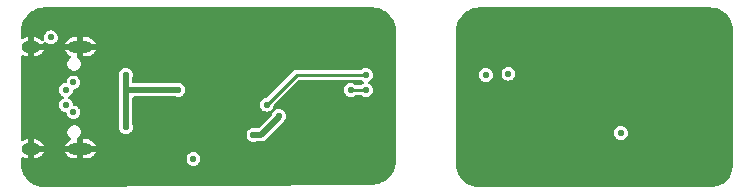
<source format=gbr>
%TF.GenerationSoftware,KiCad,Pcbnew,8.0.4+dfsg-1*%
%TF.CreationDate,2024-12-02T22:27:05+01:00*%
%TF.ProjectId,usb-serial,7573622d-7365-4726-9961-6c2e6b696361,rev?*%
%TF.SameCoordinates,Original*%
%TF.FileFunction,Copper,L4,Bot*%
%TF.FilePolarity,Positive*%
%FSLAX46Y46*%
G04 Gerber Fmt 4.6, Leading zero omitted, Abs format (unit mm)*
G04 Created by KiCad (PCBNEW 8.0.4+dfsg-1) date 2024-12-02 22:27:05*
%MOMM*%
%LPD*%
G01*
G04 APERTURE LIST*
%TA.AperFunction,ComponentPad*%
%ADD10O,2.100000X1.000000*%
%TD*%
%TA.AperFunction,ComponentPad*%
%ADD11O,1.600000X1.000000*%
%TD*%
%TA.AperFunction,ViaPad*%
%ADD12C,0.560000*%
%TD*%
%TA.AperFunction,Conductor*%
%ADD13C,0.250000*%
%TD*%
%TA.AperFunction,Conductor*%
%ADD14C,0.500000*%
%TD*%
G04 APERTURE END LIST*
D10*
%TO.P,USB1,S1,SHIELD*%
%TO.N,GND*%
X5670000Y-16680000D03*
D11*
X1490000Y-16680000D03*
D10*
X5670000Y-25320000D03*
D11*
X1490000Y-25320000D03*
%TD*%
D12*
%TO.N,VBUS*%
X3175000Y-15875000D03*
X15240000Y-26165000D03*
X22479000Y-22516000D03*
X20320000Y-24130000D03*
%TO.N,GND*%
X8890000Y-14605000D03*
X25400000Y-27940000D03*
X20320000Y-22225000D03*
X27305000Y-17690000D03*
X20955000Y-18960000D03*
X6350000Y-13970000D03*
X19050000Y-20320000D03*
X25400000Y-13970000D03*
X8255000Y-24765000D03*
X31750000Y-14605000D03*
X31115000Y-15240000D03*
X19050000Y-27940000D03*
X6350000Y-27940000D03*
X12700000Y-27940000D03*
X8890000Y-17145000D03*
X19050000Y-13970000D03*
X31750000Y-27305000D03*
X22225000Y-17690000D03*
X27305000Y-22770000D03*
X1270000Y-27305000D03*
X20254000Y-26165000D03*
X12538946Y-22860000D03*
X15875000Y-24130000D03*
X29845000Y-22860000D03*
X12700000Y-13970000D03*
%TO.N,Net-(USB1-DP1)*%
X5080000Y-22225000D03*
X4445000Y-20320000D03*
%TO.N,Net-(USB1-DN1)*%
X5080000Y-19685000D03*
X4445000Y-21590000D03*
%TO.N,VDD*%
X40005000Y-19050000D03*
X51435000Y-23955000D03*
X41910000Y-18955000D03*
%TO.N,GND1*%
X38100000Y-23495000D03*
X38100000Y-27305000D03*
X50165000Y-13970000D03*
X41910000Y-20955000D03*
X59055000Y-18415000D03*
X43815000Y-27940000D03*
X38735000Y-15240000D03*
X38100000Y-14605000D03*
X59055000Y-23495000D03*
X42545000Y-16510000D03*
X50165000Y-27940000D03*
X42545000Y-25400000D03*
X56515000Y-13970000D03*
X42545000Y-15240000D03*
X56515000Y-27940000D03*
X43815000Y-13970000D03*
%TO.N,Net-(U3-VBUS)*%
X9525000Y-23495000D03*
X9525000Y-19050000D03*
X13970000Y-20320000D03*
%TO.N,+3V3*%
X29845000Y-19050000D03*
X21442589Y-21576327D03*
%TO.N,Net-(U1-OUT1)*%
X28575000Y-20320000D03*
X29845000Y-20320000D03*
%TD*%
D13*
%TO.N,Net-(U1-OUT1)*%
X28575000Y-20320000D02*
X29845000Y-20320000D01*
%TO.N,+3V3*%
X23968916Y-19050000D02*
X21442589Y-21576327D01*
X29845000Y-19050000D02*
X23968916Y-19050000D01*
D14*
%TO.N,VBUS*%
X20955000Y-24130000D02*
X22479000Y-22606000D01*
X22479000Y-22606000D02*
X22479000Y-22516000D01*
X20320000Y-24130000D02*
X20955000Y-24130000D01*
%TO.N,Net-(U3-VBUS)*%
X13970000Y-20320000D02*
X9525000Y-20320000D01*
X9525000Y-23495000D02*
X9525000Y-19050000D01*
%TD*%
%TA.AperFunction,Conductor*%
%TO.N,GND*%
G36*
X30389418Y-13335316D02*
G01*
X30660790Y-13354724D01*
X30678291Y-13357241D01*
X30939803Y-13414129D01*
X30956762Y-13419108D01*
X31207524Y-13512638D01*
X31223616Y-13519987D01*
X31458501Y-13648244D01*
X31473375Y-13657802D01*
X31687624Y-13818188D01*
X31700994Y-13829774D01*
X31890225Y-14019005D01*
X31901811Y-14032375D01*
X32062193Y-14246619D01*
X32071758Y-14261503D01*
X32200011Y-14496382D01*
X32207361Y-14512475D01*
X32300888Y-14763229D01*
X32305872Y-14780205D01*
X32362757Y-15041702D01*
X32365275Y-15059214D01*
X32384684Y-15330581D01*
X32385000Y-15339427D01*
X32385000Y-26332533D01*
X32384687Y-26341334D01*
X32365475Y-26611321D01*
X32362983Y-26628746D01*
X32306668Y-26888989D01*
X32301733Y-26905885D01*
X32209141Y-27155519D01*
X32201864Y-27171547D01*
X32074853Y-27405564D01*
X32065380Y-27420399D01*
X31906516Y-27634072D01*
X31895037Y-27647417D01*
X31707519Y-27836440D01*
X31694267Y-27848025D01*
X31481870Y-28008596D01*
X31467110Y-28018187D01*
X31234121Y-28147063D01*
X31218153Y-28154469D01*
X30969257Y-28249059D01*
X30952401Y-28254128D01*
X30692629Y-28312521D01*
X30675224Y-28315153D01*
X30405389Y-28336524D01*
X30396591Y-28336907D01*
X2655450Y-28558836D01*
X2646557Y-28558588D01*
X2373667Y-28541164D01*
X2356048Y-28538761D01*
X2092832Y-28483404D01*
X2075737Y-28478506D01*
X1823141Y-28386066D01*
X1806924Y-28378774D01*
X1570141Y-28251153D01*
X1555133Y-28241615D01*
X1339049Y-28081445D01*
X1325559Y-28069859D01*
X1134600Y-27880421D01*
X1122907Y-27867025D01*
X1061866Y-27786038D01*
X961009Y-27652224D01*
X951356Y-27637299D01*
X821844Y-27401543D01*
X814422Y-27385385D01*
X719962Y-27133529D01*
X714930Y-27116478D01*
X657470Y-26853716D01*
X654926Y-26836117D01*
X635319Y-26563373D01*
X635000Y-26554482D01*
X635000Y-26165000D01*
X14654491Y-26165000D01*
X14674442Y-26316540D01*
X14674443Y-26316544D01*
X14732933Y-26457753D01*
X14732934Y-26457756D01*
X14825982Y-26579017D01*
X14947243Y-26672065D01*
X14947244Y-26672065D01*
X14947245Y-26672066D01*
X15088459Y-26730558D01*
X15240000Y-26750509D01*
X15391541Y-26730558D01*
X15532755Y-26672066D01*
X15654017Y-26579017D01*
X15747066Y-26457755D01*
X15805558Y-26316541D01*
X15825509Y-26165000D01*
X15805558Y-26013459D01*
X15775710Y-25941398D01*
X15747067Y-25872247D01*
X15747065Y-25872244D01*
X15654015Y-25750981D01*
X15532756Y-25657934D01*
X15532753Y-25657933D01*
X15391544Y-25599443D01*
X15391542Y-25599442D01*
X15391541Y-25599442D01*
X15240000Y-25579491D01*
X15088459Y-25599442D01*
X15088455Y-25599443D01*
X14947247Y-25657932D01*
X14947244Y-25657934D01*
X14825983Y-25750982D01*
X14825982Y-25750983D01*
X14732934Y-25872244D01*
X14732932Y-25872247D01*
X14674443Y-26013455D01*
X14674442Y-26013459D01*
X14654491Y-26165000D01*
X635000Y-26165000D01*
X635000Y-26141604D01*
X654685Y-26074565D01*
X707489Y-26028810D01*
X776647Y-26018866D01*
X806453Y-26027043D01*
X956648Y-26089256D01*
X956656Y-26089258D01*
X1111202Y-26119999D01*
X1111206Y-26120000D01*
X1240000Y-26120000D01*
X1240000Y-25620000D01*
X1740000Y-25620000D01*
X1740000Y-26120000D01*
X1868794Y-26120000D01*
X1868797Y-26119999D01*
X2023343Y-26089258D01*
X2023351Y-26089256D01*
X2168939Y-26028952D01*
X2168948Y-26028947D01*
X2299969Y-25941401D01*
X2299973Y-25941398D01*
X2411398Y-25829973D01*
X2411401Y-25829969D01*
X2498947Y-25698948D01*
X2498952Y-25698938D01*
X2552361Y-25570000D01*
X1956988Y-25570000D01*
X1974205Y-25560060D01*
X2030060Y-25504205D01*
X2069556Y-25435796D01*
X2090000Y-25359496D01*
X2090000Y-25280504D01*
X2069556Y-25204204D01*
X2030060Y-25135795D01*
X1974205Y-25079940D01*
X1956988Y-25070000D01*
X2552361Y-25070000D01*
X2552360Y-25069999D01*
X4357639Y-25069999D01*
X4357639Y-25070000D01*
X4953012Y-25070000D01*
X4935795Y-25079940D01*
X4879940Y-25135795D01*
X4840444Y-25204204D01*
X4820000Y-25280504D01*
X4820000Y-25359496D01*
X4840444Y-25435796D01*
X4879940Y-25504205D01*
X4935795Y-25560060D01*
X4953012Y-25570000D01*
X4357639Y-25570000D01*
X4411047Y-25698938D01*
X4411052Y-25698948D01*
X4498598Y-25829969D01*
X4498601Y-25829973D01*
X4610026Y-25941398D01*
X4610030Y-25941401D01*
X4741051Y-26028947D01*
X4741060Y-26028952D01*
X4886648Y-26089256D01*
X4886656Y-26089258D01*
X5041202Y-26119999D01*
X5041206Y-26120000D01*
X5420000Y-26120000D01*
X5420000Y-25620000D01*
X5920000Y-25620000D01*
X5920000Y-26120000D01*
X6298794Y-26120000D01*
X6298797Y-26119999D01*
X6453343Y-26089258D01*
X6453351Y-26089256D01*
X6598939Y-26028952D01*
X6598948Y-26028947D01*
X6729969Y-25941401D01*
X6729973Y-25941398D01*
X6841398Y-25829973D01*
X6841401Y-25829969D01*
X6928947Y-25698948D01*
X6928952Y-25698938D01*
X6982361Y-25570000D01*
X6386988Y-25570000D01*
X6404205Y-25560060D01*
X6460060Y-25504205D01*
X6499556Y-25435796D01*
X6520000Y-25359496D01*
X6520000Y-25280504D01*
X6499556Y-25204204D01*
X6460060Y-25135795D01*
X6404205Y-25079940D01*
X6386988Y-25070000D01*
X6982361Y-25070000D01*
X6982360Y-25069999D01*
X6928952Y-24941061D01*
X6928947Y-24941051D01*
X6841401Y-24810030D01*
X6841398Y-24810026D01*
X6729973Y-24698601D01*
X6729969Y-24698598D01*
X6598948Y-24611052D01*
X6598939Y-24611047D01*
X6453351Y-24550743D01*
X6453343Y-24550741D01*
X6298797Y-24520000D01*
X5920000Y-24520000D01*
X5920000Y-25020000D01*
X5420000Y-25020000D01*
X5420000Y-24468638D01*
X5421883Y-24468638D01*
X5425171Y-24422657D01*
X5467043Y-24366724D01*
X5479342Y-24358611D01*
X5493365Y-24350515D01*
X5600515Y-24243365D01*
X5665967Y-24130000D01*
X19734491Y-24130000D01*
X19754442Y-24281540D01*
X19754443Y-24281544D01*
X19812933Y-24422753D01*
X19812934Y-24422756D01*
X19905982Y-24544017D01*
X20027243Y-24637065D01*
X20027244Y-24637065D01*
X20027245Y-24637066D01*
X20168459Y-24695558D01*
X20320000Y-24715509D01*
X20471541Y-24695558D01*
X20485107Y-24689938D01*
X20532558Y-24680500D01*
X21027472Y-24680500D01*
X21027474Y-24680500D01*
X21027475Y-24680500D01*
X21167485Y-24642984D01*
X21177730Y-24637068D01*
X21177735Y-24637067D01*
X21293008Y-24570514D01*
X21293007Y-24570514D01*
X21293015Y-24570510D01*
X22919510Y-22944015D01*
X22991984Y-22818485D01*
X23008107Y-22758308D01*
X23013314Y-22742968D01*
X23044558Y-22667541D01*
X23064509Y-22516000D01*
X23044558Y-22364459D01*
X23007751Y-22275599D01*
X22986067Y-22223247D01*
X22986065Y-22223244D01*
X22923634Y-22141884D01*
X22893017Y-22101983D01*
X22893015Y-22101982D01*
X22893015Y-22101981D01*
X22771756Y-22008934D01*
X22771753Y-22008933D01*
X22630544Y-21950443D01*
X22630542Y-21950442D01*
X22630541Y-21950442D01*
X22479000Y-21930491D01*
X22327459Y-21950442D01*
X22327455Y-21950443D01*
X22186247Y-22008932D01*
X22186245Y-22008934D01*
X22097160Y-22077292D01*
X22031991Y-22102486D01*
X22018867Y-22099794D01*
X22023696Y-22120782D01*
X22000060Y-22186533D01*
X21998292Y-22188895D01*
X21971934Y-22223245D01*
X21913441Y-22364460D01*
X21911580Y-22371405D01*
X21879488Y-22426985D01*
X20763294Y-23543181D01*
X20701971Y-23576666D01*
X20675613Y-23579500D01*
X20532558Y-23579500D01*
X20485107Y-23570061D01*
X20471541Y-23564442D01*
X20320000Y-23544491D01*
X20168459Y-23564442D01*
X20168455Y-23564443D01*
X20027247Y-23622932D01*
X20027244Y-23622934D01*
X19905983Y-23715982D01*
X19905982Y-23715983D01*
X19812934Y-23837244D01*
X19812932Y-23837247D01*
X19754443Y-23978455D01*
X19754442Y-23978459D01*
X19734491Y-24130000D01*
X5665967Y-24130000D01*
X5676281Y-24112135D01*
X5715500Y-23965766D01*
X5715500Y-23814234D01*
X5676281Y-23667865D01*
X5600515Y-23536635D01*
X5493365Y-23429485D01*
X5427750Y-23391602D01*
X5362136Y-23353719D01*
X5288950Y-23334109D01*
X5215766Y-23314500D01*
X5064234Y-23314500D01*
X4917863Y-23353719D01*
X4786635Y-23429485D01*
X4786632Y-23429487D01*
X4679487Y-23536632D01*
X4679485Y-23536635D01*
X4603719Y-23667863D01*
X4590826Y-23715982D01*
X4564500Y-23814234D01*
X4564500Y-23965766D01*
X4584109Y-24038950D01*
X4603719Y-24112136D01*
X4614033Y-24130000D01*
X4679485Y-24243365D01*
X4786635Y-24350515D01*
X4812587Y-24365499D01*
X4860802Y-24416065D01*
X4874024Y-24484673D01*
X4848056Y-24549537D01*
X4798040Y-24587446D01*
X4741057Y-24611049D01*
X4741051Y-24611052D01*
X4610030Y-24698598D01*
X4610026Y-24698601D01*
X4498601Y-24810026D01*
X4498598Y-24810030D01*
X4411052Y-24941051D01*
X4411047Y-24941061D01*
X4357639Y-25069999D01*
X2552360Y-25069999D01*
X2498952Y-24941061D01*
X2498947Y-24941051D01*
X2411401Y-24810030D01*
X2411398Y-24810026D01*
X2299973Y-24698601D01*
X2299969Y-24698598D01*
X2168948Y-24611052D01*
X2168939Y-24611047D01*
X2023351Y-24550743D01*
X2023343Y-24550741D01*
X1868797Y-24520000D01*
X1740000Y-24520000D01*
X1740000Y-25020000D01*
X1240000Y-25020000D01*
X1240000Y-24520000D01*
X1111202Y-24520000D01*
X956656Y-24550741D01*
X956644Y-24550744D01*
X806452Y-24612956D01*
X736983Y-24620425D01*
X674504Y-24589150D01*
X638852Y-24529061D01*
X635000Y-24498395D01*
X635000Y-20320000D01*
X3859491Y-20320000D01*
X3879442Y-20471540D01*
X3879443Y-20471544D01*
X3937933Y-20612753D01*
X3937934Y-20612756D01*
X4030982Y-20734017D01*
X4152243Y-20827065D01*
X4152246Y-20827067D01*
X4184530Y-20840439D01*
X4238934Y-20884280D01*
X4260999Y-20950574D01*
X4243720Y-21018273D01*
X4192583Y-21065884D01*
X4184531Y-21069561D01*
X4152245Y-21082934D01*
X4152244Y-21082934D01*
X4030983Y-21175982D01*
X4030982Y-21175983D01*
X3937934Y-21297244D01*
X3937932Y-21297247D01*
X3879443Y-21438455D01*
X3879442Y-21438459D01*
X3859491Y-21590000D01*
X3877641Y-21727865D01*
X3879442Y-21741540D01*
X3879443Y-21741544D01*
X3937933Y-21882753D01*
X3937934Y-21882756D01*
X4030982Y-22004017D01*
X4152243Y-22097065D01*
X4152244Y-22097065D01*
X4152245Y-22097066D01*
X4293459Y-22155558D01*
X4394399Y-22168847D01*
X4458295Y-22197114D01*
X4496766Y-22255438D01*
X4501152Y-22275599D01*
X4511940Y-22357541D01*
X4512851Y-22364460D01*
X4514442Y-22376540D01*
X4514443Y-22376544D01*
X4572933Y-22517753D01*
X4572934Y-22517756D01*
X4665982Y-22639017D01*
X4787243Y-22732065D01*
X4787244Y-22732065D01*
X4787245Y-22732066D01*
X4928459Y-22790558D01*
X5080000Y-22810509D01*
X5231541Y-22790558D01*
X5372755Y-22732066D01*
X5494017Y-22639017D01*
X5587066Y-22517755D01*
X5645558Y-22376541D01*
X5665509Y-22225000D01*
X5645558Y-22073459D01*
X5603343Y-21971542D01*
X5587067Y-21932247D01*
X5587065Y-21932244D01*
X5494015Y-21810981D01*
X5372756Y-21717934D01*
X5372753Y-21717933D01*
X5231544Y-21659443D01*
X5231542Y-21659442D01*
X5231541Y-21659442D01*
X5212541Y-21656940D01*
X5130599Y-21646152D01*
X5066703Y-21617885D01*
X5028233Y-21559560D01*
X5023847Y-21539399D01*
X5010558Y-21438459D01*
X4988949Y-21386292D01*
X4952067Y-21297247D01*
X4952065Y-21297244D01*
X4859015Y-21175981D01*
X4737756Y-21082935D01*
X4737755Y-21082934D01*
X4705468Y-21069560D01*
X4651066Y-21025721D01*
X4629000Y-20959428D01*
X4646278Y-20891728D01*
X4697415Y-20844117D01*
X4705453Y-20840445D01*
X4737755Y-20827066D01*
X4859017Y-20734017D01*
X4952066Y-20612755D01*
X5010558Y-20471541D01*
X5023847Y-20370600D01*
X5052114Y-20306704D01*
X5110438Y-20268233D01*
X5130599Y-20263847D01*
X5231541Y-20250558D01*
X5372755Y-20192066D01*
X5494017Y-20099017D01*
X5587066Y-19977755D01*
X5645558Y-19836541D01*
X5665509Y-19685000D01*
X5645558Y-19533459D01*
X5616794Y-19464017D01*
X5587067Y-19392247D01*
X5587065Y-19392244D01*
X5494015Y-19270981D01*
X5372756Y-19177934D01*
X5372753Y-19177933D01*
X5231544Y-19119443D01*
X5231542Y-19119442D01*
X5231541Y-19119442D01*
X5080000Y-19099491D01*
X4928459Y-19119442D01*
X4928455Y-19119443D01*
X4787247Y-19177932D01*
X4787244Y-19177934D01*
X4665983Y-19270982D01*
X4665982Y-19270983D01*
X4572934Y-19392244D01*
X4572932Y-19392247D01*
X4514443Y-19533455D01*
X4514442Y-19533459D01*
X4501152Y-19634400D01*
X4472885Y-19698296D01*
X4414560Y-19736766D01*
X4394400Y-19741152D01*
X4293459Y-19754442D01*
X4293455Y-19754443D01*
X4152247Y-19812932D01*
X4152244Y-19812934D01*
X4030983Y-19905982D01*
X4030982Y-19905983D01*
X3937934Y-20027244D01*
X3937932Y-20027247D01*
X3879443Y-20168455D01*
X3879442Y-20168459D01*
X3859491Y-20320000D01*
X635000Y-20320000D01*
X635000Y-19050000D01*
X8939491Y-19050000D01*
X8959441Y-19201538D01*
X8959441Y-19201540D01*
X8959442Y-19201541D01*
X8965061Y-19215108D01*
X8974500Y-19262558D01*
X8974500Y-23282441D01*
X8965062Y-23329890D01*
X8959442Y-23343459D01*
X8939491Y-23495000D01*
X8948633Y-23564443D01*
X8959442Y-23646540D01*
X8959443Y-23646544D01*
X9017933Y-23787753D01*
X9017934Y-23787756D01*
X9110982Y-23909017D01*
X9232243Y-24002065D01*
X9232244Y-24002065D01*
X9232245Y-24002066D01*
X9373459Y-24060558D01*
X9525000Y-24080509D01*
X9676541Y-24060558D01*
X9817755Y-24002066D01*
X9939017Y-23909017D01*
X10032066Y-23787755D01*
X10090558Y-23646541D01*
X10110509Y-23495000D01*
X10090558Y-23343459D01*
X10084937Y-23329890D01*
X10075500Y-23282441D01*
X10075500Y-21576327D01*
X20857080Y-21576327D01*
X20868022Y-21659442D01*
X20877031Y-21727867D01*
X20877032Y-21727871D01*
X20935522Y-21869080D01*
X20935523Y-21869083D01*
X21028571Y-21990344D01*
X21149832Y-22083392D01*
X21149833Y-22083392D01*
X21149834Y-22083393D01*
X21291048Y-22141885D01*
X21442589Y-22161836D01*
X21594130Y-22141885D01*
X21735344Y-22083393D01*
X21824430Y-22015033D01*
X21889596Y-21989840D01*
X21902721Y-21992532D01*
X21897893Y-21971542D01*
X21921530Y-21905792D01*
X21923259Y-21903480D01*
X21949655Y-21869082D01*
X22008147Y-21727868D01*
X22020141Y-21636759D01*
X22048407Y-21572863D01*
X22055399Y-21565264D01*
X24108845Y-19511819D01*
X24170168Y-19478334D01*
X24196526Y-19475500D01*
X29403855Y-19475500D01*
X29470894Y-19495185D01*
X29479342Y-19501125D01*
X29552243Y-19557065D01*
X29552246Y-19557067D01*
X29584530Y-19570439D01*
X29638934Y-19614280D01*
X29660999Y-19680574D01*
X29643720Y-19748273D01*
X29592583Y-19795884D01*
X29584531Y-19799561D01*
X29552245Y-19812934D01*
X29479341Y-19868876D01*
X29414172Y-19894070D01*
X29403855Y-19894500D01*
X29016145Y-19894500D01*
X28949106Y-19874815D01*
X28940658Y-19868875D01*
X28867756Y-19812934D01*
X28867753Y-19812933D01*
X28726544Y-19754443D01*
X28726542Y-19754442D01*
X28726541Y-19754442D01*
X28575000Y-19734491D01*
X28423459Y-19754442D01*
X28423455Y-19754443D01*
X28282247Y-19812932D01*
X28282244Y-19812934D01*
X28160983Y-19905982D01*
X28160982Y-19905983D01*
X28067934Y-20027244D01*
X28067932Y-20027247D01*
X28009443Y-20168455D01*
X28009442Y-20168459D01*
X27989491Y-20320000D01*
X28009442Y-20471540D01*
X28009443Y-20471544D01*
X28067933Y-20612753D01*
X28067934Y-20612756D01*
X28160982Y-20734017D01*
X28282243Y-20827065D01*
X28282244Y-20827065D01*
X28282245Y-20827066D01*
X28423459Y-20885558D01*
X28575000Y-20905509D01*
X28726541Y-20885558D01*
X28867755Y-20827066D01*
X28893383Y-20807400D01*
X28940658Y-20771125D01*
X29005827Y-20745930D01*
X29016145Y-20745500D01*
X29403855Y-20745500D01*
X29470894Y-20765185D01*
X29479342Y-20771125D01*
X29552243Y-20827065D01*
X29552244Y-20827065D01*
X29552245Y-20827066D01*
X29693459Y-20885558D01*
X29845000Y-20905509D01*
X29996541Y-20885558D01*
X30137755Y-20827066D01*
X30259017Y-20734017D01*
X30352066Y-20612755D01*
X30410558Y-20471541D01*
X30430509Y-20320000D01*
X30410558Y-20168459D01*
X30381794Y-20099017D01*
X30352067Y-20027247D01*
X30352065Y-20027244D01*
X30259015Y-19905981D01*
X30137756Y-19812935D01*
X30137755Y-19812934D01*
X30105468Y-19799560D01*
X30051066Y-19755721D01*
X30029000Y-19689428D01*
X30046278Y-19621728D01*
X30097415Y-19574117D01*
X30105453Y-19570445D01*
X30137755Y-19557066D01*
X30259017Y-19464017D01*
X30352066Y-19342755D01*
X30410558Y-19201541D01*
X30430509Y-19050000D01*
X30410558Y-18898459D01*
X30388949Y-18846292D01*
X30352067Y-18757247D01*
X30352065Y-18757244D01*
X30259015Y-18635981D01*
X30137756Y-18542934D01*
X30137753Y-18542933D01*
X29996544Y-18484443D01*
X29996542Y-18484442D01*
X29996541Y-18484442D01*
X29845000Y-18464491D01*
X29693459Y-18484442D01*
X29693455Y-18484443D01*
X29552247Y-18542932D01*
X29552245Y-18542934D01*
X29479341Y-18598876D01*
X29414172Y-18624070D01*
X29403855Y-18624500D01*
X23912898Y-18624500D01*
X23804679Y-18653497D01*
X23804676Y-18653498D01*
X23707656Y-18709513D01*
X23707650Y-18709517D01*
X21453650Y-20963516D01*
X21392327Y-20997001D01*
X21382155Y-20998774D01*
X21322308Y-21006653D01*
X21291048Y-21010769D01*
X21291047Y-21010769D01*
X21291044Y-21010770D01*
X21149836Y-21069259D01*
X21149833Y-21069261D01*
X21028572Y-21162309D01*
X21028571Y-21162310D01*
X20935523Y-21283571D01*
X20935521Y-21283574D01*
X20877032Y-21424782D01*
X20877031Y-21424786D01*
X20857080Y-21576327D01*
X10075500Y-21576327D01*
X10075500Y-20994500D01*
X10095185Y-20927461D01*
X10147989Y-20881706D01*
X10199500Y-20870500D01*
X13757442Y-20870500D01*
X13804892Y-20879938D01*
X13818459Y-20885558D01*
X13970000Y-20905509D01*
X14121541Y-20885558D01*
X14262755Y-20827066D01*
X14384017Y-20734017D01*
X14477066Y-20612755D01*
X14535558Y-20471541D01*
X14555509Y-20320000D01*
X14535558Y-20168459D01*
X14506794Y-20099017D01*
X14477067Y-20027247D01*
X14477065Y-20027244D01*
X14384015Y-19905981D01*
X14262756Y-19812934D01*
X14262753Y-19812933D01*
X14121544Y-19754443D01*
X14121542Y-19754442D01*
X14121541Y-19754442D01*
X13970000Y-19734491D01*
X13818459Y-19754442D01*
X13818455Y-19754443D01*
X13804893Y-19760061D01*
X13757441Y-19769500D01*
X10199500Y-19769500D01*
X10132461Y-19749815D01*
X10086706Y-19697011D01*
X10075500Y-19645500D01*
X10075500Y-19262558D01*
X10084938Y-19215108D01*
X10090558Y-19201541D01*
X10110509Y-19050000D01*
X10090558Y-18898459D01*
X10068949Y-18846292D01*
X10032067Y-18757247D01*
X10032065Y-18757244D01*
X9939015Y-18635981D01*
X9817756Y-18542934D01*
X9817753Y-18542933D01*
X9676544Y-18484443D01*
X9676542Y-18484442D01*
X9676541Y-18484442D01*
X9525000Y-18464491D01*
X9373459Y-18484442D01*
X9373455Y-18484443D01*
X9232247Y-18542932D01*
X9232244Y-18542934D01*
X9110983Y-18635982D01*
X9110982Y-18635983D01*
X9017934Y-18757244D01*
X9017932Y-18757247D01*
X8959443Y-18898455D01*
X8959442Y-18898459D01*
X8939491Y-19050000D01*
X635000Y-19050000D01*
X635000Y-17501604D01*
X654685Y-17434565D01*
X707489Y-17388810D01*
X776647Y-17378866D01*
X806453Y-17387043D01*
X956648Y-17449256D01*
X956656Y-17449258D01*
X1111202Y-17479999D01*
X1111206Y-17480000D01*
X1240000Y-17480000D01*
X1240000Y-16980000D01*
X1740000Y-16980000D01*
X1740000Y-17480000D01*
X1868794Y-17480000D01*
X1868797Y-17479999D01*
X2023343Y-17449258D01*
X2023351Y-17449256D01*
X2168939Y-17388952D01*
X2168948Y-17388947D01*
X2299969Y-17301401D01*
X2299973Y-17301398D01*
X2411398Y-17189973D01*
X2411401Y-17189969D01*
X2498947Y-17058948D01*
X2498952Y-17058938D01*
X2552361Y-16930000D01*
X1956988Y-16930000D01*
X1974205Y-16920060D01*
X2030060Y-16864205D01*
X2069556Y-16795796D01*
X2090000Y-16719496D01*
X2090000Y-16640504D01*
X2069556Y-16564204D01*
X2030060Y-16495795D01*
X1974205Y-16439940D01*
X1956988Y-16430000D01*
X2552360Y-16430000D01*
X2541181Y-16403012D01*
X2533712Y-16333542D01*
X2564986Y-16271063D01*
X2625075Y-16235410D01*
X2694900Y-16237903D01*
X2752293Y-16277751D01*
X2754115Y-16280068D01*
X2760982Y-16289017D01*
X2882243Y-16382065D01*
X2882244Y-16382065D01*
X2882245Y-16382066D01*
X3023459Y-16440558D01*
X3175000Y-16460509D01*
X3326541Y-16440558D01*
X3352033Y-16429999D01*
X4357639Y-16429999D01*
X4357639Y-16430000D01*
X4953012Y-16430000D01*
X4935795Y-16439940D01*
X4879940Y-16495795D01*
X4840444Y-16564204D01*
X4820000Y-16640504D01*
X4820000Y-16719496D01*
X4840444Y-16795796D01*
X4879940Y-16864205D01*
X4935795Y-16920060D01*
X4953012Y-16930000D01*
X4357639Y-16930000D01*
X4411047Y-17058938D01*
X4411052Y-17058948D01*
X4498598Y-17189969D01*
X4498601Y-17189973D01*
X4610026Y-17301398D01*
X4610030Y-17301401D01*
X4741051Y-17388947D01*
X4741064Y-17388954D01*
X4798038Y-17412553D01*
X4852442Y-17456393D01*
X4874507Y-17522687D01*
X4857228Y-17590387D01*
X4812589Y-17634499D01*
X4786641Y-17649481D01*
X4786632Y-17649487D01*
X4679487Y-17756632D01*
X4679485Y-17756635D01*
X4603719Y-17887863D01*
X4564500Y-18034234D01*
X4564500Y-18185765D01*
X4603719Y-18332136D01*
X4641602Y-18397750D01*
X4679485Y-18463365D01*
X4786635Y-18570515D01*
X4917865Y-18646281D01*
X5064234Y-18685500D01*
X5064236Y-18685500D01*
X5215764Y-18685500D01*
X5215766Y-18685500D01*
X5362135Y-18646281D01*
X5493365Y-18570515D01*
X5600515Y-18463365D01*
X5676281Y-18332135D01*
X5715500Y-18185766D01*
X5715500Y-18034234D01*
X5676281Y-17887865D01*
X5600515Y-17756635D01*
X5493365Y-17649485D01*
X5479351Y-17641394D01*
X5431137Y-17590827D01*
X5417915Y-17522220D01*
X5420000Y-17517011D01*
X5420000Y-16980000D01*
X5920000Y-16980000D01*
X5920000Y-17480000D01*
X6298794Y-17480000D01*
X6298797Y-17479999D01*
X6453343Y-17449258D01*
X6453351Y-17449256D01*
X6598939Y-17388952D01*
X6598948Y-17388947D01*
X6729969Y-17301401D01*
X6729973Y-17301398D01*
X6841398Y-17189973D01*
X6841401Y-17189969D01*
X6928947Y-17058948D01*
X6928952Y-17058938D01*
X6982361Y-16930000D01*
X6386988Y-16930000D01*
X6404205Y-16920060D01*
X6460060Y-16864205D01*
X6499556Y-16795796D01*
X6520000Y-16719496D01*
X6520000Y-16640504D01*
X6499556Y-16564204D01*
X6460060Y-16495795D01*
X6404205Y-16439940D01*
X6386988Y-16430000D01*
X6982361Y-16430000D01*
X6982360Y-16429999D01*
X6928952Y-16301061D01*
X6928947Y-16301051D01*
X6841401Y-16170030D01*
X6841398Y-16170026D01*
X6729973Y-16058601D01*
X6729969Y-16058598D01*
X6598948Y-15971052D01*
X6598939Y-15971047D01*
X6453351Y-15910743D01*
X6453343Y-15910741D01*
X6298797Y-15880000D01*
X5920000Y-15880000D01*
X5920000Y-16380000D01*
X5420000Y-16380000D01*
X5420000Y-15880000D01*
X5041202Y-15880000D01*
X4886656Y-15910741D01*
X4886648Y-15910743D01*
X4741060Y-15971047D01*
X4741051Y-15971052D01*
X4610030Y-16058598D01*
X4610026Y-16058601D01*
X4498601Y-16170026D01*
X4498598Y-16170030D01*
X4411052Y-16301051D01*
X4411047Y-16301061D01*
X4357639Y-16429999D01*
X3352033Y-16429999D01*
X3467755Y-16382066D01*
X3589017Y-16289017D01*
X3682066Y-16167755D01*
X3740558Y-16026541D01*
X3760509Y-15875000D01*
X3740558Y-15723459D01*
X3718949Y-15671292D01*
X3682067Y-15582247D01*
X3682065Y-15582244D01*
X3589015Y-15460981D01*
X3467756Y-15367934D01*
X3467753Y-15367933D01*
X3326544Y-15309443D01*
X3326542Y-15309442D01*
X3326541Y-15309442D01*
X3175000Y-15289491D01*
X3023459Y-15309442D01*
X3023455Y-15309443D01*
X2882247Y-15367932D01*
X2882244Y-15367934D01*
X2760983Y-15460982D01*
X2760982Y-15460983D01*
X2667934Y-15582244D01*
X2667932Y-15582247D01*
X2609443Y-15723455D01*
X2609442Y-15723459D01*
X2589491Y-15875000D01*
X2609442Y-16026540D01*
X2609443Y-16026544D01*
X2612379Y-16033632D01*
X2619848Y-16103101D01*
X2588572Y-16165580D01*
X2528483Y-16201232D01*
X2458658Y-16198738D01*
X2410137Y-16168765D01*
X2299973Y-16058601D01*
X2299969Y-16058598D01*
X2168948Y-15971052D01*
X2168939Y-15971047D01*
X2023351Y-15910743D01*
X2023343Y-15910741D01*
X1868797Y-15880000D01*
X1740000Y-15880000D01*
X1740000Y-16380000D01*
X1240000Y-16380000D01*
X1240000Y-15880000D01*
X1111202Y-15880000D01*
X956656Y-15910741D01*
X956644Y-15910744D01*
X806452Y-15972956D01*
X736983Y-15980425D01*
X674504Y-15949150D01*
X638852Y-15889061D01*
X635000Y-15858395D01*
X635000Y-15339427D01*
X635316Y-15330581D01*
X654724Y-15059214D01*
X657240Y-15041710D01*
X714130Y-14780192D01*
X719107Y-14763241D01*
X812640Y-14512470D01*
X819985Y-14496388D01*
X948248Y-14261491D01*
X957798Y-14246630D01*
X1118195Y-14032366D01*
X1129767Y-14019012D01*
X1319012Y-13829767D01*
X1332366Y-13818195D01*
X1546630Y-13657798D01*
X1561491Y-13648248D01*
X1796388Y-13519985D01*
X1812470Y-13512640D01*
X2063241Y-13419107D01*
X2080192Y-13414130D01*
X2341710Y-13357240D01*
X2359207Y-13354724D01*
X2630582Y-13335316D01*
X2639428Y-13335000D01*
X30380572Y-13335000D01*
X30389418Y-13335316D01*
G37*
%TD.AperFunction*%
%TD*%
%TA.AperFunction,Conductor*%
%TO.N,GND1*%
G36*
X58964418Y-13335316D02*
G01*
X59235790Y-13354724D01*
X59253291Y-13357241D01*
X59514803Y-13414129D01*
X59531762Y-13419108D01*
X59782524Y-13512638D01*
X59798616Y-13519987D01*
X60033501Y-13648244D01*
X60048375Y-13657802D01*
X60262624Y-13818188D01*
X60275994Y-13829774D01*
X60465225Y-14019005D01*
X60476811Y-14032375D01*
X60637193Y-14246619D01*
X60646758Y-14261503D01*
X60775011Y-14496382D01*
X60782361Y-14512475D01*
X60875888Y-14763229D01*
X60880872Y-14780205D01*
X60937757Y-15041702D01*
X60940275Y-15059214D01*
X60959684Y-15330581D01*
X60960000Y-15339427D01*
X60960000Y-26570572D01*
X60959684Y-26579418D01*
X60940275Y-26850785D01*
X60937757Y-26868297D01*
X60880872Y-27129794D01*
X60875888Y-27146770D01*
X60782361Y-27397524D01*
X60775011Y-27413617D01*
X60646758Y-27648496D01*
X60637193Y-27663380D01*
X60476811Y-27877624D01*
X60465225Y-27890994D01*
X60275994Y-28080225D01*
X60262624Y-28091811D01*
X60048380Y-28252193D01*
X60033496Y-28261758D01*
X59798617Y-28390011D01*
X59782524Y-28397361D01*
X59531770Y-28490888D01*
X59514794Y-28495872D01*
X59253297Y-28552757D01*
X59235785Y-28555275D01*
X58964418Y-28574684D01*
X58955572Y-28575000D01*
X39469428Y-28575000D01*
X39460582Y-28574684D01*
X39189214Y-28555275D01*
X39171702Y-28552757D01*
X38910205Y-28495872D01*
X38893229Y-28490888D01*
X38642475Y-28397361D01*
X38626382Y-28390011D01*
X38391503Y-28261758D01*
X38376619Y-28252193D01*
X38162375Y-28091811D01*
X38149005Y-28080225D01*
X37959774Y-27890994D01*
X37948188Y-27877624D01*
X37787802Y-27663375D01*
X37778244Y-27648501D01*
X37649987Y-27413616D01*
X37642638Y-27397524D01*
X37549108Y-27146762D01*
X37544129Y-27129803D01*
X37487241Y-26868291D01*
X37484724Y-26850785D01*
X37465316Y-26579418D01*
X37465000Y-26570572D01*
X37465000Y-23955000D01*
X50849491Y-23955000D01*
X50869442Y-24106540D01*
X50869443Y-24106544D01*
X50927933Y-24247753D01*
X50927934Y-24247756D01*
X51020982Y-24369017D01*
X51142243Y-24462065D01*
X51142244Y-24462065D01*
X51142245Y-24462066D01*
X51283459Y-24520558D01*
X51435000Y-24540509D01*
X51586541Y-24520558D01*
X51727755Y-24462066D01*
X51849017Y-24369017D01*
X51942066Y-24247755D01*
X52000558Y-24106541D01*
X52020509Y-23955000D01*
X52000558Y-23803459D01*
X51978949Y-23751292D01*
X51942067Y-23662247D01*
X51942065Y-23662244D01*
X51849015Y-23540981D01*
X51727756Y-23447934D01*
X51727753Y-23447933D01*
X51586544Y-23389443D01*
X51586542Y-23389442D01*
X51586541Y-23389442D01*
X51435000Y-23369491D01*
X51283459Y-23389442D01*
X51283455Y-23389443D01*
X51142247Y-23447932D01*
X51142244Y-23447934D01*
X51020983Y-23540982D01*
X51020982Y-23540983D01*
X50927934Y-23662244D01*
X50927932Y-23662247D01*
X50869443Y-23803455D01*
X50869442Y-23803459D01*
X50849491Y-23955000D01*
X37465000Y-23955000D01*
X37465000Y-19050000D01*
X39419491Y-19050000D01*
X39439442Y-19201540D01*
X39439443Y-19201544D01*
X39497933Y-19342753D01*
X39497934Y-19342756D01*
X39590982Y-19464017D01*
X39712243Y-19557065D01*
X39712244Y-19557065D01*
X39712245Y-19557066D01*
X39853459Y-19615558D01*
X40005000Y-19635509D01*
X40156541Y-19615558D01*
X40297755Y-19557066D01*
X40419017Y-19464017D01*
X40512066Y-19342755D01*
X40570558Y-19201541D01*
X40590509Y-19050000D01*
X40578002Y-18955000D01*
X41324491Y-18955000D01*
X41344442Y-19106540D01*
X41344443Y-19106544D01*
X41402933Y-19247753D01*
X41402934Y-19247756D01*
X41495982Y-19369017D01*
X41617243Y-19462065D01*
X41617244Y-19462065D01*
X41617245Y-19462066D01*
X41758459Y-19520558D01*
X41910000Y-19540509D01*
X42061541Y-19520558D01*
X42202755Y-19462066D01*
X42324017Y-19369017D01*
X42417066Y-19247755D01*
X42475558Y-19106541D01*
X42495509Y-18955000D01*
X42475558Y-18803459D01*
X42453949Y-18751292D01*
X42417067Y-18662247D01*
X42417065Y-18662244D01*
X42325513Y-18542933D01*
X42324017Y-18540983D01*
X42324015Y-18540982D01*
X42324015Y-18540981D01*
X42202756Y-18447934D01*
X42202753Y-18447933D01*
X42061544Y-18389443D01*
X42061542Y-18389442D01*
X42061541Y-18389442D01*
X41910000Y-18369491D01*
X41758459Y-18389442D01*
X41758455Y-18389443D01*
X41617247Y-18447932D01*
X41617244Y-18447934D01*
X41495983Y-18540982D01*
X41495982Y-18540983D01*
X41402934Y-18662244D01*
X41402932Y-18662247D01*
X41344443Y-18803455D01*
X41344442Y-18803459D01*
X41324491Y-18955000D01*
X40578002Y-18955000D01*
X40570558Y-18898459D01*
X40531208Y-18803459D01*
X40512067Y-18757247D01*
X40512065Y-18757244D01*
X40419015Y-18635981D01*
X40297756Y-18542934D01*
X40297753Y-18542933D01*
X40156544Y-18484443D01*
X40156542Y-18484442D01*
X40156541Y-18484442D01*
X40005000Y-18464491D01*
X39853459Y-18484442D01*
X39853455Y-18484443D01*
X39712247Y-18542932D01*
X39712244Y-18542934D01*
X39590983Y-18635982D01*
X39590982Y-18635983D01*
X39497934Y-18757244D01*
X39497932Y-18757247D01*
X39439443Y-18898455D01*
X39439442Y-18898459D01*
X39419491Y-19050000D01*
X37465000Y-19050000D01*
X37465000Y-15339427D01*
X37465316Y-15330581D01*
X37484724Y-15059214D01*
X37487240Y-15041710D01*
X37544130Y-14780192D01*
X37549107Y-14763241D01*
X37642640Y-14512470D01*
X37649985Y-14496388D01*
X37778248Y-14261491D01*
X37787798Y-14246630D01*
X37948195Y-14032366D01*
X37959767Y-14019012D01*
X38149012Y-13829767D01*
X38162366Y-13818195D01*
X38376630Y-13657798D01*
X38391491Y-13648248D01*
X38626388Y-13519985D01*
X38642470Y-13512640D01*
X38893241Y-13419107D01*
X38910192Y-13414130D01*
X39171710Y-13357240D01*
X39189207Y-13354724D01*
X39460582Y-13335316D01*
X39469428Y-13335000D01*
X58955572Y-13335000D01*
X58964418Y-13335316D01*
G37*
%TD.AperFunction*%
%TD*%
M02*

</source>
